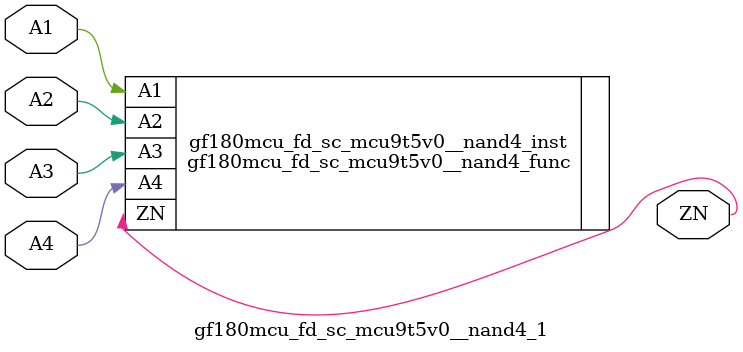
<source format=v>

`ifndef GF180MCU_FD_SC_MCU9T5V0__NAND4_1_V
`define GF180MCU_FD_SC_MCU9T5V0__NAND4_1_V

`include "gf180mcu_fd_sc_mcu9t5v0__nand4.v"

`ifdef USE_POWER_PINS
module gf180mcu_fd_sc_mcu9t5v0__nand4_1( A4, ZN, A3, A2, A1, VDD, VSS );
inout VDD, VSS;
`else // If not USE_POWER_PINS
module gf180mcu_fd_sc_mcu9t5v0__nand4_1( A4, ZN, A3, A2, A1 );
`endif // If not USE_POWER_PINS
input A1, A2, A3, A4;
output ZN;

`ifdef USE_POWER_PINS
  gf180mcu_fd_sc_mcu9t5v0__nand4_func gf180mcu_fd_sc_mcu9t5v0__nand4_inst(.A4(A4),.ZN(ZN),.A3(A3),.A2(A2),.A1(A1),.VDD(VDD),.VSS(VSS));
`else // If not USE_POWER_PINS
  gf180mcu_fd_sc_mcu9t5v0__nand4_func gf180mcu_fd_sc_mcu9t5v0__nand4_inst(.A4(A4),.ZN(ZN),.A3(A3),.A2(A2),.A1(A1));
`endif // If not USE_POWER_PINS

`ifndef FUNCTIONAL
	// spec_gates_begin


	// spec_gates_end



   specify

	// specify_block_begin

	// comb arc A1 --> ZN
	 (A1 => ZN) = (1.0,1.0);

	// comb arc A2 --> ZN
	 (A2 => ZN) = (1.0,1.0);

	// comb arc A3 --> ZN
	 (A3 => ZN) = (1.0,1.0);

	// comb arc A4 --> ZN
	 (A4 => ZN) = (1.0,1.0);

	// specify_block_end

   endspecify

   `endif

endmodule
`endif // GF180MCU_FD_SC_MCU9T5V0__NAND4_1_V

</source>
